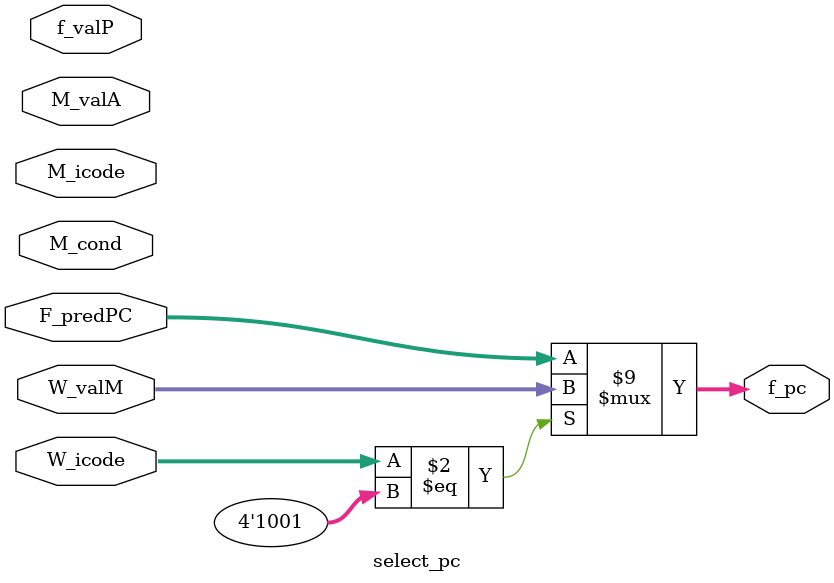
<source format=v>

module select_pc(input [63:0]W_valM,
                input [63:0]M_valA,
                input M_cond,
                input [3:0]W_icode,
                input [3:0]M_icode,
                input [63:0]f_valP,
                input [63:0]F_predPC,
                output reg  [63:0]f_pc);


always @(*)
begin 
    if(W_icode == 4'b1001)
    begin
        f_pc <= W_valM;
    end
    else if(M_icode == 4'b0111 && M_cond == 0)// check the icode for jump
    begin 
        f_pc <= F_predPC;   
    end
    else
    begin
        f_pc <= F_predPC;
    end

end
endmodule
</source>
